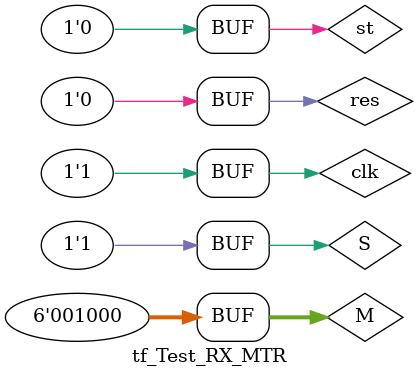
<source format=v>
`timescale 1ns / 1ps


module tf_Test_RX_MTR;

	// Inputs
	reg clk;
	reg st;
	reg [5:0] M;
	reg S;
	reg res;

	// Outputs
	wire [11:0] MTRP;
	wire [11:0] MEM_dat;
	wire [11:0] Xmax;
	wire [11:0] Xns;
	wire [11:0] Xmin;
	wire [11:0] REF_P;
	wire [11:0] REF_N;
	wire RXP;
	wire RXN;
	wire [10:0] AMP;

	// Instantiate the Unit Under Test (UUT)
	Test_RX_MTRP uut (
		.clk(clk), 
		.MTRP(MTRP), 
		.st(st), 
		.MEM_dat(MEM_dat), 
		.M(M), 
		.Xmax(Xmax), 
		.S(S), 
		.Xns(Xns), 
		.res(res), 
		.Xmin(Xmin), 
		.REF_P(REF_P), 
		.REF_N(REF_N), 
		.RXP(RXP), 
		.RXN(RXN), 
		.AMP(AMP)
	);
always begin clk=0; #10; clk=1; #10; end
initial begin
st = 0; M = 0; S = 0; res = 0;
#3000; st = 1; M = 6; S = 1; res = 0;
#20; st = 0; res = 0;
#80000; st = 1; M = 6; S = 0; res = 0;
#20; st = 0; res = 0;
#100000; st = 1; M = 5; S = 1; res = 1;
#20; st = 0; res = 0;
#80000; st = 1; M = 5; S = 0; res = 0;
#20; st = 0; res = 0;
#80000; st = 0; M = 8; S = 1; res = 1;
#20; st = 0; res = 0;
end
      
endmodule


</source>
